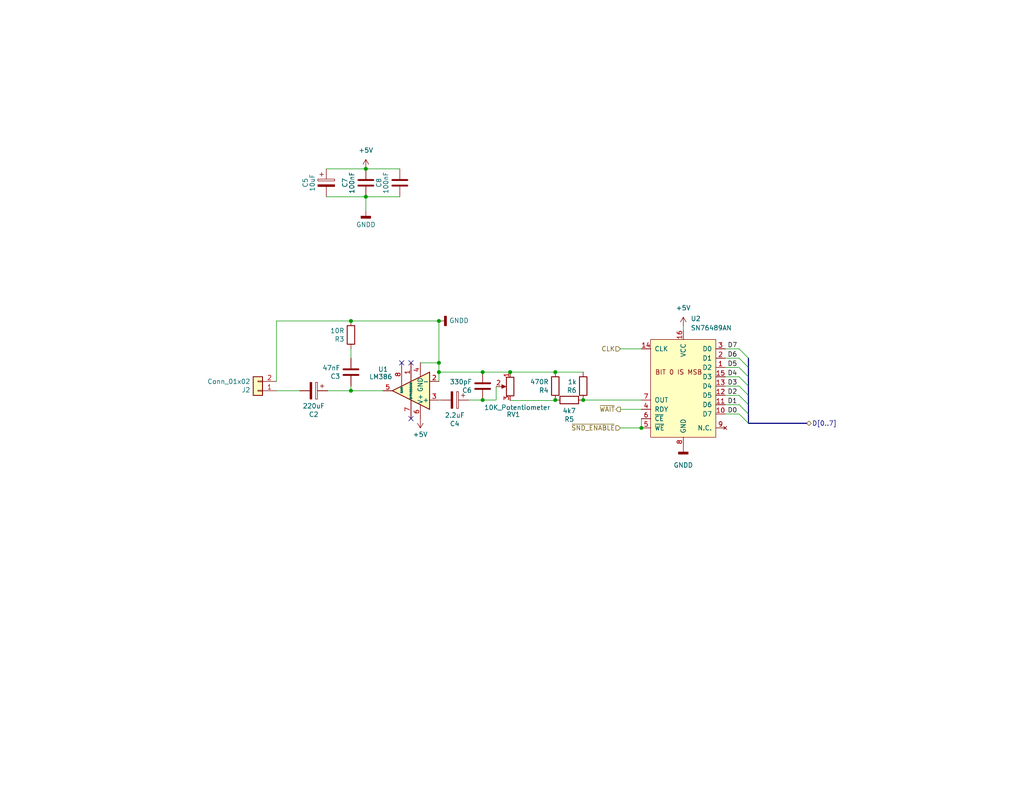
<source format=kicad_sch>
(kicad_sch (version 20230121) (generator eeschema)
  (paper "USLetter")
  (title_block (title "Mini Colecovision") (date "2024-03-25") (rev "1.0.0") (company "sparkletron") (comment 1 "Jay Convertino") (comment 2 "MIT LICENSE") (comment 3 "TARGET: Portable"))
  (lib_symbols
    (symbol "Amplifier_Audio:LM386" (pin_names (offset 0.127))
      (property "Reference" "U" (at 1.27 7.62 0))
      (property "Value" "LM386" (at 1.27 5.08 0))
      (symbol "LM386_0_1"
        (polyline (pts (xy 5.08 0) (xy -5.08 5.08) (xy -5.08 -5.08) (xy 5.08 0)) (stroke (width 0.254)) (fill (type background)))
      )
      (symbol "LM386_1_1"
        (pin input line (at 0 -7.62 90) (length 5.08) (name "GAIN") (number "1"))
        (pin input line (at -7.62 -2.54 0) (length 2.54) (name "-") (number "2"))
        (pin input line (at -7.62 2.54 0) (length 2.54) (name "+") (number "3"))
        (pin power_in line (at -2.54 -7.62 90) (length 3.81) (name "GND") (number "4"))
        (pin output line (at 7.62 0 180) (length 2.54) (name "~") (number "5"))
        (pin power_in line (at -2.54 7.62 270) (length 3.81) (name "V+") (number "6"))
        (pin input line (at 0 7.62 270) (length 5.08) (name "BYPASS") (number "7"))
        (pin input line (at 2.54 -7.62 90) (length 6.35) (name "GAIN") (number "8"))
      )
    )
    (symbol "Connector_Generic:Conn_01x02" (pin_names (offset 1.016) hide)
      (property "Reference" "J" (at 0 2.54 0))
      (property "Value" "Conn_01x02" (at 0 -5.08 0))
      (symbol "Conn_01x02_1_1"
        (rectangle (start -1.27 -2.413) (end 0 -2.667) (stroke (width 0.1524)))
        (rectangle (start -1.27 0.127) (end 0 -0.127) (stroke (width 0.1524)))
        (rectangle (start -1.27 1.27) (end 1.27 -3.81) (stroke (width 0.254)) (fill (type background)))
        (pin passive line (at -5.08 0 0) (length 3.81) (name "Pin_1") (number "1"))
        (pin passive line (at -5.08 -2.54 0) (length 3.81) (name "Pin_2") (number "2"))
      )
    )
    (symbol "Device:C" (pin_numbers hide) (pin_names (offset 0.254))
      (property "Reference" "C" (at 0.635 2.54 0))
      (property "Value" "C" (at 0.635 -2.54 0))
      (symbol "C_0_1"
        (polyline (pts (xy -2.032 -0.762) (xy 2.032 -0.762)) (stroke (width 0.508)))
        (polyline (pts (xy -2.032 0.762) (xy 2.032 0.762)) (stroke (width 0.508)))
      )
      (symbol "C_1_1"
        (pin passive line (at 0 3.81 270) (length 2.794) (name "~") (number "1"))
        (pin passive line (at 0 -3.81 90) (length 2.794) (name "~") (number "2"))
      )
    )
    (symbol "Device:CP" (pin_numbers hide) (pin_names (offset 0.254))
      (property "Reference" "C" (at 0.635 2.54 0))
      (property "Value" "Device_CP" (at 0.635 -2.54 0))
      (symbol "CP_0_1"
        (rectangle (start -2.286 0.508) (end 2.286 1.016))
        (polyline (pts (xy -1.778 2.286) (xy -0.762 2.286)))
        (polyline (pts (xy -1.27 2.794) (xy -1.27 1.778)))
        (rectangle (start 2.286 -0.508) (end -2.286 -1.016) (fill (type outline)))
      )
      (symbol "CP_1_1"
        (pin passive line (at 0 3.81 270) (length 2.794) (name "~") (number "1"))
        (pin passive line (at 0 -3.81 90) (length 2.794) (name "~") (number "2"))
      )
    )
    (symbol "Device:C_Polarized" (pin_numbers hide) (pin_names (offset 0.254))
      (property "Reference" "C" (at 0.635 2.54 0))
      (property "Value" "C_Polarized" (at 0.635 -2.54 0))
      (symbol "C_Polarized_0_1"
        (rectangle (start -2.286 0.508) (end 2.286 1.016))
        (polyline (pts (xy -1.778 2.286) (xy -0.762 2.286)))
        (polyline (pts (xy -1.27 2.794) (xy -1.27 1.778)))
        (rectangle (start 2.286 -0.508) (end -2.286 -1.016) (fill (type outline)))
      )
      (symbol "C_Polarized_1_1"
        (pin passive line (at 0 3.81 270) (length 2.794) (name "~") (number "1"))
        (pin passive line (at 0 -3.81 90) (length 2.794) (name "~") (number "2"))
      )
    )
    (symbol "Device:R" (pin_numbers hide) (pin_names (offset 0))
      (property "Reference" "R" (at 2.032 0 90))
      (property "Value" "R" (at 0 0 90))
      (symbol "R_0_1"
        (rectangle (start -1.016 -2.54) (end 1.016 2.54) (stroke (width 0.254)))
      )
      (symbol "R_1_1"
        (pin passive line (at 0 3.81 270) (length 1.27) (name "~") (number "1"))
        (pin passive line (at 0 -3.81 90) (length 1.27) (name "~") (number "2"))
      )
    )
    (symbol "Device:R_Potentiometer" (pin_names (offset 1.016) hide)
      (property "Reference" "RV" (at -4.445 0 90))
      (property "Value" "R_Potentiometer" (at -2.54 0 90))
      (symbol "R_Potentiometer_0_1"
        (polyline (pts (xy 2.54 0) (xy 1.524 0)))
        (polyline (pts (xy 1.143 0) (xy 2.286 0.508) (xy 2.286 -0.508) (xy 1.143 0)) (fill (type outline)))
        (rectangle (start 1.016 2.54) (end -1.016 -2.54) (stroke (width 0.254)))
      )
      (symbol "R_Potentiometer_1_1"
        (pin passive line (at 0 3.81 270) (length 1.27) (name "1") (number "1"))
        (pin passive line (at 3.81 0 180) (length 1.27) (name "2") (number "2"))
        (pin passive line (at 0 -3.81 90) (length 1.27) (name "3") (number "3"))
      )
    )
    (symbol "Vintage_Audio_Synth:SN76489AN" (pin_names (offset 1.016))
      (property "Reference" "U" (at 2.54 7.62 0))
      (property "Value" "SN76489AN" (at 7.62 5.08 0))
      (symbol "SN76489AN_0_0"
        (text "BIT 0 IS MSB" (at -1.27 -5.08 0) (effects (font (size 1.27 1.27))))
      )
      (symbol "SN76489AN_0_1"
        (rectangle (start -8.89 3.81) (end 8.89 -22.86) (fill (type background)))
      )
      (symbol "SN76489AN_1_1"
        (pin input line (at 11.43 -3.81 180) (length 2.54) (name "D2") (number "1"))
        (pin input line (at 11.43 -16.51 180) (length 2.54) (name "D7") (number "10"))
        (pin input line (at 11.43 -13.97 180) (length 2.54) (name "D6") (number "11"))
        (pin input line (at 11.43 -11.43 180) (length 2.54) (name "D5") (number "12"))
        (pin input line (at 11.43 -8.89 180) (length 2.54) (name "D4") (number "13"))
        (pin input line (at -11.43 1.27 0) (length 2.54) (name "CLK") (number "14"))
        (pin input line (at 11.43 -6.35 180) (length 2.54) (name "D3") (number "15"))
        (pin input line (at 0 6.35 270) (length 2.54) (name "VCC") (number "16"))
        (pin input line (at 11.43 -1.27 180) (length 2.54) (name "D1") (number "2"))
        (pin input line (at 11.43 1.27 180) (length 2.54) (name "D0") (number "3"))
        (pin output line (at -11.43 -15.24 0) (length 2.54) (name "RDY") (number "4"))
        (pin input line (at -11.43 -20.32 0) (length 2.54) (name "~{WE}") (number "5"))
        (pin input line (at -11.43 -17.78 0) (length 2.54) (name "~{CE}") (number "6"))
        (pin output line (at -11.43 -12.7 0) (length 2.54) (name "OUT") (number "7"))
        (pin input line (at 0 -25.4 90) (length 2.54) (name "GND") (number "8"))
        (pin no_connect line (at 11.43 -20.32 180) (length 2.54) (name "N.C.") (number "9"))
      )
    )
    (symbol "power:+5V" (power) (pin_names (offset 0))
      (property "Value" "+5V" (at 0 3.556 0))
      (symbol "+5V_0_1"
        (polyline (pts (xy -0.762 1.27) (xy 0 2.54)))
        (polyline (pts (xy 0 0) (xy 0 2.54)))
        (polyline (pts (xy 0 2.54) (xy 0.762 1.27)))
      )
      (symbol "+5V_1_1"
        (pin power_in line (at 0 0 90) (length 0) hide (name "+5V") (number "1"))
      )
    )
    (symbol "power:GNDD" (power) (pin_names (offset 0))
      (property "Value" "GNDD" (at 0 -3.175 0))
      (symbol "GNDD_0_1"
        (rectangle (start -1.27 -1.524) (end 1.27 -2.032) (stroke (width 0.254)) (fill (type outline)))
        (polyline (pts (xy 0 0) (xy 0 -1.524)))
      )
      (symbol "GNDD_1_1"
        (pin power_in line (at 0 0 270) (length 0) hide (name "GNDD") (number "1"))
      )
    )
  )
  (junction (at 119.761 99.06))
  (junction (at 159.131 109.22))
  (junction (at 99.822 53.721))
  (junction (at 119.761 87.63))
  (junction (at 95.758 106.68))
  (junction (at 99.822 46.101))
  (junction (at 151.511 109.22))
  (junction (at 131.699 101.6))
  (junction (at 95.758 87.63))
  (junction (at 139.192 101.6))
  (junction (at 119.761 101.6))
  (junction (at 151.511 101.6))
  (junction (at 131.699 109.22))
  (junction (at 175.006 116.84))
  (no_connect (at 112.141 99.06))
  (no_connect (at 112.141 114.3))
  (no_connect (at 109.601 99.06))
  (bus_entry (at 201.676 105.41) (size 2.54 2.54))
  (bus_entry (at 201.676 110.49) (size 2.54 2.54))
  (bus_entry (at 201.676 107.95) (size 2.54 2.54))
  (bus_entry (at 201.676 97.79) (size 2.54 2.54))
  (bus_entry (at 201.676 95.25) (size 2.54 2.54))
  (bus_entry (at 201.676 100.33) (size 2.54 2.54))
  (bus_entry (at 201.676 102.87) (size 2.54 2.54))
  (bus_entry (at 201.676 113.03) (size 2.54 2.54))
  (wire (pts (xy 119.761 101.6) (xy 131.699 101.6)))
  (wire (pts (xy 197.866 113.03) (xy 201.676 113.03)))
  (wire (pts (xy 169.291 95.25) (xy 175.006 95.25)))
  (wire (pts (xy 99.822 53.721) (xy 109.093 53.721)))
  (wire (pts (xy 151.511 109.347) (xy 151.511 109.22)))
  (bus (pts (xy 204.216 107.95) (xy 204.216 110.49)))
  (bus (pts (xy 204.216 110.49) (xy 204.216 113.03)))
  (wire (pts (xy 119.761 101.6) (xy 119.761 99.06)))
  (wire (pts (xy 197.866 105.41) (xy 201.676 105.41)))
  (wire (pts (xy 175.006 114.3) (xy 175.006 116.84)))
  (wire (pts (xy 119.761 87.63) (xy 95.758 87.63)))
  (wire (pts (xy 131.699 109.22) (xy 127.889 109.22)))
  (bus (pts (xy 204.216 115.57) (xy 220.091 115.57)))
  (wire (pts (xy 95.758 106.68) (xy 95.758 105.41)))
  (bus (pts (xy 204.216 102.87) (xy 204.216 105.41)))
  (wire (pts (xy 89.408 106.68) (xy 95.758 106.68)))
  (wire (pts (xy 197.866 100.33) (xy 201.676 100.33)))
  (bus (pts (xy 204.216 100.33) (xy 204.216 102.87)))
  (wire (pts (xy 75.438 106.68) (xy 81.788 106.68)))
  (wire (pts (xy 169.291 111.76) (xy 175.006 111.76)))
  (wire (pts (xy 99.822 46.101) (xy 109.093 46.101)))
  (wire (pts (xy 131.699 101.6) (xy 139.192 101.6)))
  (wire (pts (xy 135.382 109.22) (xy 131.699 109.22)))
  (bus (pts (xy 204.216 105.41) (xy 204.216 107.95)))
  (wire (pts (xy 197.866 97.79) (xy 201.676 97.79)))
  (wire (pts (xy 89.027 46.101) (xy 99.822 46.101)))
  (wire (pts (xy 120.269 109.22) (xy 119.761 109.22)))
  (wire (pts (xy 169.291 116.84) (xy 175.006 116.84)))
  (wire (pts (xy 75.438 87.63) (xy 75.438 104.14)))
  (bus (pts (xy 204.216 113.03) (xy 204.216 115.57)))
  (wire (pts (xy 95.758 87.63) (xy 75.438 87.63)))
  (wire (pts (xy 135.382 105.537) (xy 135.382 109.22)))
  (bus (pts (xy 204.216 97.79) (xy 204.216 100.33)))
  (wire (pts (xy 89.027 53.721) (xy 99.822 53.721)))
  (wire (pts (xy 186.436 89.154) (xy 186.436 90.17)))
  (wire (pts (xy 95.758 95.25) (xy 95.758 97.79)))
  (wire (pts (xy 99.822 57.531) (xy 99.822 53.721)))
  (wire (pts (xy 139.192 101.6) (xy 151.511 101.6)))
  (wire (pts (xy 119.761 104.14) (xy 119.761 101.6)))
  (wire (pts (xy 159.131 101.6) (xy 151.511 101.6)))
  (wire (pts (xy 197.866 102.87) (xy 201.676 102.87)))
  (wire (pts (xy 197.866 107.95) (xy 201.676 107.95)))
  (wire (pts (xy 119.761 99.06) (xy 114.681 99.06)))
  (wire (pts (xy 104.521 106.68) (xy 95.758 106.68)))
  (wire (pts (xy 197.866 95.25) (xy 201.676 95.25)))
  (wire (pts (xy 139.192 101.727) (xy 139.192 101.6)))
  (wire (pts (xy 159.131 109.22) (xy 175.006 109.22)))
  (wire (pts (xy 119.761 99.06) (xy 119.761 87.63)))
  (wire (pts (xy 139.192 109.347) (xy 151.511 109.347)))
  (wire (pts (xy 197.866 110.49) (xy 201.676 110.49)))
  (label "D3" (at 198.501 105.41 0))
  (label "D0" (at 198.501 113.03 0))
  (label "D5" (at 198.501 100.33 0))
  (label "D1" (at 198.501 110.49 0))
  (label "D6" (at 198.501 97.79 0))
  (label "D4" (at 198.501 102.87 0))
  (label "D7" (at 198.501 95.25 0))
  (label "D2" (at 198.501 107.95 0))
  (hierarchical_label "D[0..7]" (shape bidirectional) (at 220.091 115.57 0))
  (hierarchical_label "~{SND_ENABLE}" (shape input) (at 169.291 116.84 180))
  (hierarchical_label "CLK" (shape input) (at 169.291 95.25 180))
  (hierarchical_label "~{WAIT}" (shape output) (at 169.291 111.76 180))
  (symbol (lib_id "Amplifier_Audio:LM386") (at 112.141 106.68 180) (unit 1)
    (property "Reference" "U1" (at 105.918 100.838 0) (effects (justify left)))
    (property "Value" "LM386" (at 107.061 102.87 0) (effects (justify left)))
    (property "Footprint" "Package_DIP:DIP-8_W7.62mm_LongPads" (effects hide))
    (property "Datasheet" "http://www.ti.com/lit/ds/symlink/lm386.pdf" (effects hide))
    (instances (project "coleco_original" (path "" (reference "U1") (unit 1))) (project "picerino_sn76489AN" (path "" (reference "U3") (unit 1))))
  )
  (symbol (lib_id "Device:C") (at 99.822 49.911 0) (unit 1)
    (property "Reference" "C7" (at 94.107 49.911 90))
    (property "Value" "100nF" (at 96.012 49.911 90))
    (property "Footprint" "Capacitor_THT:C_Disc_D7.0mm_W2.5mm_P5.00mm" (effects hide))
  )
  (symbol (lib_id "power:+5V") (at 114.681 114.3 180) (unit 1)
    (property "Reference" "#PWR011" (effects hide))
    (property "Value" "+5V" (at 114.681 118.618 0))
  )
  (symbol (lib_id "Device:R") (at 151.511 105.41 0) (unit 1)
    (property "Reference" "R4" (at 149.733 106.5784 0) (effects (justify right)))
    (property "Value" "470R" (at 149.733 104.267 0) (effects (justify right)))
    (property "Footprint" "Resistor_THT:R_Axial_DIN0207_L6.3mm_D2.5mm_P7.62mm_Horizontal" (effects hide))
    (instances (project "coleco_original" (path "" (reference "R4") (unit 1))) (project "picerino_sn76489AN" (path "" (reference "R3") (unit 1))))
  )
  (symbol (lib_id "Device:R") (at 159.131 105.41 180) (unit 1)
    (property "Reference" "R6" (at 157.353 106.5784 0) (effects (justify left)))
    (property "Value" "1k" (at 157.353 104.267 0) (effects (justify left)))
    (property "Footprint" "Resistor_THT:R_Axial_DIN0207_L6.3mm_D2.5mm_P7.62mm_Horizontal" (effects hide))
    (instances (project "coleco_original" (path "" (reference "R6") (unit 1))) (project "picerino_sn76489AN" (path "" (reference "R1") (unit 1))))
  )
  (symbol (lib_id "power:GNDD") (at 186.436 121.92 0) (unit 1)
    (property "Reference" "#PWR016" (effects hide))
    (property "Value" "GNDD" (at 186.436 127 0))
  )
  (symbol (lib_id "power:GNDD") (at 119.761 87.63 90) (unit 1)
    (property "Reference" "#PWR012" (effects hide))
    (property "Value" "GNDD" (at 122.555 87.5284 90) (effects (justify right)))
    (instances (project "coleco_original" (path "" (reference "#PWR012") (unit 1))) (project "picerino_sn76489AN" (path "" (reference "#PWR0110") (unit 1))))
  )
  (symbol (lib_id "Device:C_Polarized") (at 89.027 49.911 0) (unit 1)
    (property "Reference" "C5" (at 83.312 49.911 90))
    (property "Value" "10uF" (at 85.217 49.911 90))
    (property "Footprint" "Capacitor_THT:CP_Radial_D5.0mm_P2.50mm" (effects hide))
  )
  (symbol (lib_id "Device:C") (at 109.093 49.911 0) (unit 1)
    (property "Reference" "C8" (at 103.378 49.911 90))
    (property "Value" "100nF" (at 105.283 49.911 90))
    (property "Footprint" "Capacitor_THT:C_Disc_D7.0mm_W2.5mm_P5.00mm" (effects hide))
  )
  (symbol (lib_id "power:+5V") (at 186.436 89.154 0) (unit 1)
    (property "Reference" "#PWR015" (effects hide))
    (property "Value" "+5V" (at 186.436 84.074 0))
  )
  (symbol (lib_id "Device:R_Potentiometer") (at 139.192 105.537 0) (mirror y) (unit 1)
    (property "Reference" "RV1" (at 138.176 113.157 0) (effects (justify right)))
    (property "Value" "10K_Potentiometer" (at 132.08 111.252 0) (effects (justify right)))
    (property "Footprint" "RV100F-30:RV100F304K1B50K" (effects hide))
  )
  (symbol (lib_id "Device:C") (at 131.699 105.41 0) (unit 1)
    (property "Reference" "C6" (at 128.778 106.5784 0) (effects (justify right)))
    (property "Value" "330pF" (at 128.778 104.267 0) (effects (justify right)))
    (property "Footprint" "Capacitor_THT:C_Disc_D4.7mm_W2.5mm_P5.00mm" (effects hide))
    (instances (project "coleco_original" (path "" (reference "C6") (unit 1))) (project "picerino_sn76489AN" (path "" (reference "C1") (unit 1))))
  )
  (symbol (lib_id "power:+5V") (at 99.822 46.101 0) (unit 1)
    (property "Reference" "#PWR013" (effects hide))
    (property "Value" "+5V" (at 99.822 41.021 0))
  )
  (symbol (lib_id "Device:R") (at 155.321 109.22 90) (unit 1)
    (property "Reference" "R5" (at 155.321 114.4778 90))
    (property "Value" "4k7" (at 155.321 112.1664 90))
    (property "Footprint" "Resistor_THT:R_Axial_DIN0207_L6.3mm_D2.5mm_P7.62mm_Horizontal" (effects hide))
    (instances (project "coleco_original" (path "" (reference "R5") (unit 1))) (project "picerino_sn76489AN" (path "" (reference "R2") (unit 1))))
  )
  (symbol (lib_id "Vintage_Audio_Synth:SN76489AN") (at 186.436 96.52 0) (unit 1)
    (property "Reference" "U2" (at 188.4554 86.995 0) (effects (justify left)))
    (property "Value" "SN76489AN" (at 188.4554 89.535 0) (effects (justify left)))
    (property "Footprint" "Package_DIP:DIP-16_W7.62mm_LongPads" (effects hide))
  )
  (symbol (lib_id "Device:CP") (at 85.598 106.68 270) (unit 1)
    (property "Reference" "C2" (at 85.598 113.157 90))
    (property "Value" "220uF" (at 85.598 110.8456 90))
    (property "Footprint" "Capacitor_THT:CP_Radial_D8.0mm_P5.00mm" (effects hide))
    (instances (project "coleco_original" (path "" (reference "C2") (unit 1))) (project "picerino_sn76489AN" (path "" (reference "C4") (unit 1))))
  )
  (symbol (lib_id "Device:R") (at 95.758 91.44 0) (unit 1)
    (property "Reference" "R3" (at 93.98 92.6084 0) (effects (justify right)))
    (property "Value" "10R" (at 93.98 90.297 0) (effects (justify right)))
    (property "Footprint" "Resistor_THT:R_Axial_DIN0207_L6.3mm_D2.5mm_P7.62mm_Horizontal" (effects hide))
    (instances (project "coleco_original" (path "" (reference "R3") (unit 1))) (project "picerino_sn76489AN" (path "" (reference "R5") (unit 1))))
  )
  (symbol (lib_id "Device:C") (at 95.758 101.6 0) (unit 1)
    (property "Reference" "C3" (at 92.837 102.7684 0) (effects (justify right)))
    (property "Value" "47nF" (at 92.837 100.457 0) (effects (justify right)))
    (property "Footprint" "Capacitor_THT:C_Disc_D4.7mm_W2.5mm_P5.00mm" (effects hide))
  )
  (symbol (lib_id "Connector_Generic:Conn_01x02") (at 70.358 106.68 180) (unit 1)
    (property "Reference" "J2" (at 68.326 106.4768 0) (effects (justify left)))
    (property "Value" "Conn_01x02" (at 68.326 104.1654 0) (effects (justify left)))
    (property "Footprint" "Connector_Molex:Molex_KK-254_AE-6410-02A_1x02_P2.54mm_Vertical" (effects hide))
  )
  (symbol (lib_id "power:GNDD") (at 99.822 57.531 0) (unit 1)
    (property "Reference" "#PWR014" (effects hide))
    (property "Value" "GNDD" (at 97.155 61.341 0) (effects (justify left)))
  )
  (symbol (lib_id "Device:CP") (at 124.079 109.22 270) (unit 1)
    (property "Reference" "C4" (at 124.079 115.697 90))
    (property "Value" "2.2uF" (at 124.079 113.3856 90))
    (property "Footprint" "Capacitor_THT:CP_Radial_D5.0mm_P2.50mm" (effects hide))
    (instances (project "coleco_original" (path "" (reference "C4") (unit 1))) (project "picerino_sn76489AN" (path "" (reference "C2") (unit 1))))
  )
)
</source>
